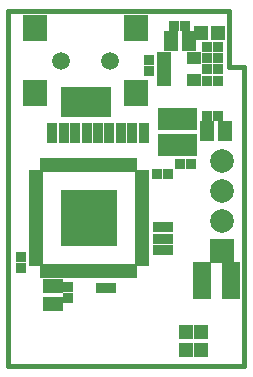
<source format=gts>
G04 (created by PCBNEW-RS274X (2010-05-05 BZR 2356)-stable) date 2010年09月03日 星期五 23时32分26秒*
G01*
G70*
G90*
%MOIN*%
G04 Gerber Fmt 3.4, Leading zero omitted, Abs format*
%FSLAX34Y34*%
G04 APERTURE LIST*
%ADD10C,0.006000*%
%ADD11C,0.015000*%
%ADD12R,0.051400X0.051400*%
%ADD13R,0.029800X0.051500*%
%ADD14R,0.051500X0.029800*%
%ADD15R,0.191300X0.191300*%
%ADD16R,0.038100X0.038100*%
%ADD17R,0.045000X0.065000*%
%ADD18R,0.065000X0.045000*%
%ADD19R,0.050000X0.040000*%
%ADD20R,0.059400X0.047600*%
%ADD21R,0.039700X0.098700*%
%ADD22R,0.083000X0.090900*%
%ADD23C,0.059400*%
%ADD24R,0.065300X0.075100*%
%ADD25R,0.079100X0.079100*%
%ADD26C,0.079100*%
G04 APERTURE END LIST*
G54D10*
G54D11*
X47244Y-41220D02*
X47244Y-41220D01*
X46732Y-41221D02*
X47244Y-41221D01*
X46732Y-39370D02*
X46732Y-41220D01*
X39370Y-51181D02*
X39370Y-39370D01*
X47244Y-51181D02*
X39370Y-51181D01*
X47244Y-41220D02*
X47244Y-51181D01*
X39370Y-39370D02*
X46732Y-39370D01*
G54D12*
X46375Y-40080D03*
X45785Y-40080D03*
X45800Y-50645D03*
X45800Y-50055D03*
X45300Y-50645D03*
X45300Y-50055D03*
G54D13*
X43530Y-44490D03*
X43333Y-44490D03*
X43136Y-44490D03*
X42939Y-44490D03*
X42743Y-44490D03*
X42546Y-44490D03*
X42349Y-44490D03*
X42152Y-44490D03*
X41955Y-44490D03*
X41758Y-44490D03*
X41561Y-44490D03*
X41365Y-44490D03*
X41168Y-44490D03*
X40971Y-44490D03*
X40774Y-44490D03*
X40577Y-44490D03*
G54D14*
X40282Y-44785D03*
X40282Y-44982D03*
X40282Y-45179D03*
X40282Y-45376D03*
X40282Y-45573D03*
X40282Y-45770D03*
X40282Y-45966D03*
X40282Y-46163D03*
X40282Y-46360D03*
X40282Y-46557D03*
X40282Y-46754D03*
X40282Y-46951D03*
X40282Y-47147D03*
X40282Y-47344D03*
X40282Y-47541D03*
X40282Y-47738D03*
G54D13*
X40577Y-48033D03*
X40774Y-48033D03*
X40971Y-48033D03*
X41168Y-48033D03*
X41365Y-48033D03*
X41561Y-48033D03*
X41758Y-48033D03*
X41955Y-48033D03*
X42152Y-48033D03*
X42349Y-48033D03*
X42546Y-48033D03*
X42743Y-48033D03*
X42939Y-48033D03*
X43136Y-48033D03*
X43333Y-48033D03*
X43530Y-48033D03*
G54D14*
X43825Y-47738D03*
X43825Y-47541D03*
X43825Y-47344D03*
X43825Y-47147D03*
X43825Y-46951D03*
X43825Y-46754D03*
X43825Y-46557D03*
X43825Y-46360D03*
X43825Y-46163D03*
X43825Y-45966D03*
X43825Y-45770D03*
X43825Y-45573D03*
X43825Y-45376D03*
X43825Y-45179D03*
X43825Y-44982D03*
X43825Y-44785D03*
G54D15*
X42054Y-46262D03*
G54D16*
X41980Y-43600D03*
X41980Y-43250D03*
X42360Y-43600D03*
X42360Y-43250D03*
X45110Y-44440D03*
X45460Y-44440D03*
X43880Y-43600D03*
X43880Y-43250D03*
X42740Y-43250D03*
X42740Y-43600D03*
X41600Y-43250D03*
X41600Y-43600D03*
X44050Y-41350D03*
X44050Y-41000D03*
X44710Y-46950D03*
X44360Y-46950D03*
X44710Y-46570D03*
X44360Y-46570D03*
X46010Y-41300D03*
X46360Y-41300D03*
X46010Y-40920D03*
X46360Y-40920D03*
X44900Y-39840D03*
X45250Y-39840D03*
X42450Y-48580D03*
X42800Y-48580D03*
X44360Y-47330D03*
X44710Y-47330D03*
X39780Y-47560D03*
X39780Y-47910D03*
X41360Y-48570D03*
X41360Y-48920D03*
X44340Y-44790D03*
X44690Y-44790D03*
X43500Y-43250D03*
X43500Y-43600D03*
X41220Y-43250D03*
X41220Y-43600D03*
X46360Y-40540D03*
X46010Y-40540D03*
X46010Y-42850D03*
X46360Y-42850D03*
X46010Y-41680D03*
X46360Y-41680D03*
G54D17*
X44780Y-40340D03*
X45380Y-40340D03*
X45980Y-43350D03*
X46580Y-43350D03*
G54D18*
X40870Y-48530D03*
X40870Y-49130D03*
G54D19*
X44550Y-40915D03*
X44550Y-41665D03*
X45550Y-40915D03*
X44550Y-41290D03*
X45550Y-41665D03*
G54D20*
X45840Y-47960D03*
X45840Y-48335D03*
X45840Y-48708D03*
X46784Y-48710D03*
X46784Y-48332D03*
X46784Y-47960D03*
G54D21*
X41320Y-42393D03*
X41635Y-42393D03*
X41950Y-42393D03*
X42265Y-42393D03*
X42580Y-42393D03*
G54D22*
X40257Y-42078D03*
X43643Y-42078D03*
X40257Y-39933D03*
X43643Y-39933D03*
G54D23*
X41123Y-41015D03*
X42777Y-41015D03*
G54D16*
X40840Y-43600D03*
X40840Y-43250D03*
X43120Y-43600D03*
X43120Y-43250D03*
G54D24*
X44690Y-42970D03*
X44690Y-43836D03*
X45320Y-43836D03*
X45320Y-42970D03*
G54D25*
X46496Y-47366D03*
G54D26*
X46496Y-46366D03*
X46496Y-45366D03*
X46496Y-44366D03*
M02*

</source>
